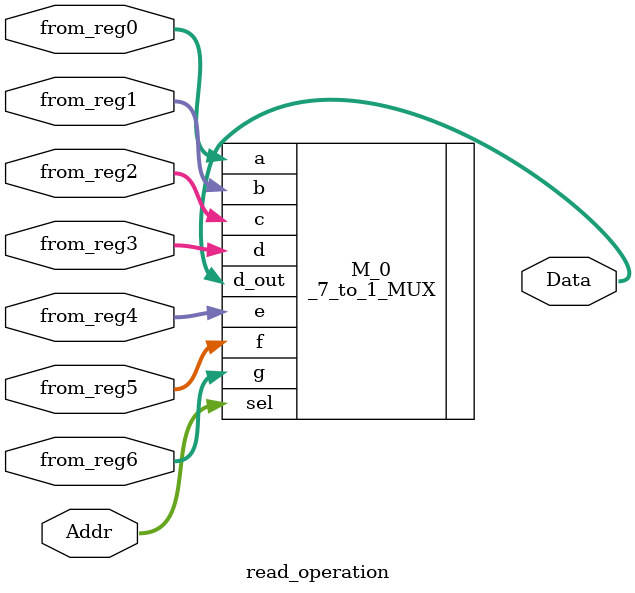
<source format=v>
module read_operation(Addr, Data, from_reg0, from_reg1, from_reg2, from_reg3, from_reg4, from_reg5, from_reg6);
  input [63:0] from_reg0, from_reg1, from_reg2, from_reg3, from_reg4, from_reg5, from_reg6;
  input [7:0] Addr;
  output [63:0] Data;
  
  //instance
  _7_to_1_MUX M_0(.a(from_reg0), .b(from_reg1), .c(from_reg2), .d(from_reg3), .e(from_reg4), .f(from_reg5), .g(from_reg6), .sel(Addr), .d_out(Data));
  
endmodule

</source>
